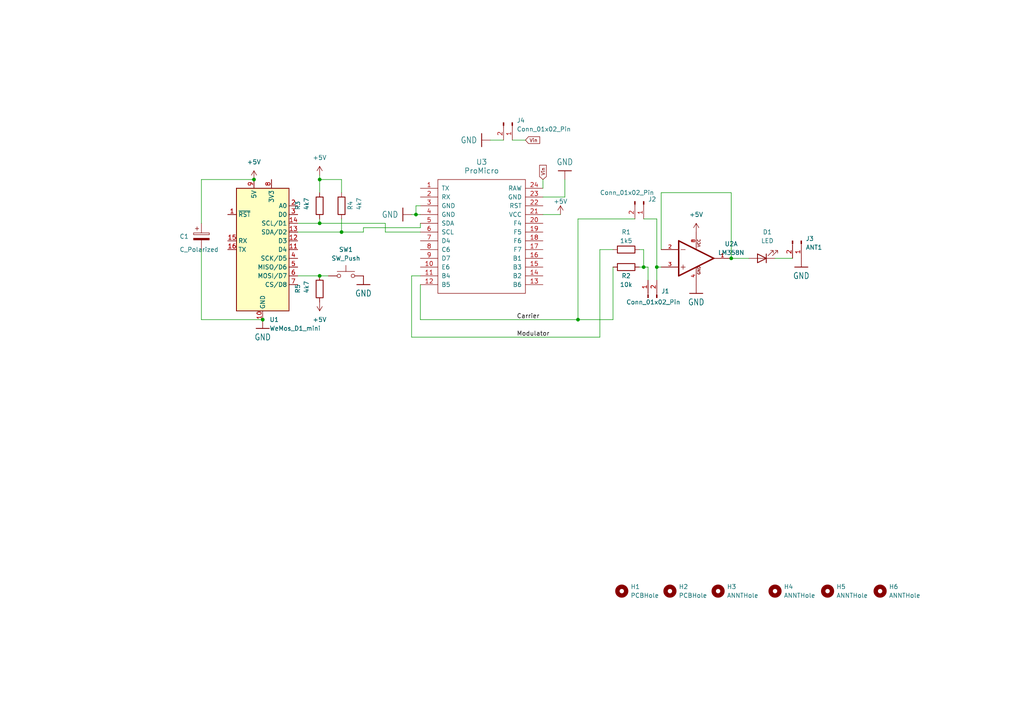
<source format=kicad_sch>
(kicad_sch (version 20230121) (generator eeschema)

  (uuid 6687d9ea-82ce-4803-9ae4-6b248ab0b1bd)

  (paper "A4")

  (lib_symbols
    (symbol "Connector:Conn_01x02_Pin" (pin_names (offset 1.016) hide) (in_bom yes) (on_board yes)
      (property "Reference" "J" (at 0 2.54 0)
        (effects (font (size 1.27 1.27)))
      )
      (property "Value" "Conn_01x02_Pin" (at 0 -5.08 0)
        (effects (font (size 1.27 1.27)))
      )
      (property "Footprint" "" (at 0 0 0)
        (effects (font (size 1.27 1.27)) hide)
      )
      (property "Datasheet" "~" (at 0 0 0)
        (effects (font (size 1.27 1.27)) hide)
      )
      (property "ki_locked" "" (at 0 0 0)
        (effects (font (size 1.27 1.27)))
      )
      (property "ki_keywords" "connector" (at 0 0 0)
        (effects (font (size 1.27 1.27)) hide)
      )
      (property "ki_description" "Generic connector, single row, 01x02, script generated" (at 0 0 0)
        (effects (font (size 1.27 1.27)) hide)
      )
      (property "ki_fp_filters" "Connector*:*_1x??_*" (at 0 0 0)
        (effects (font (size 1.27 1.27)) hide)
      )
      (symbol "Conn_01x02_Pin_1_1"
        (polyline
          (pts
            (xy 1.27 -2.54)
            (xy 0.8636 -2.54)
          )
          (stroke (width 0.1524) (type default))
          (fill (type none))
        )
        (polyline
          (pts
            (xy 1.27 0)
            (xy 0.8636 0)
          )
          (stroke (width 0.1524) (type default))
          (fill (type none))
        )
        (rectangle (start 0.8636 -2.413) (end 0 -2.667)
          (stroke (width 0.1524) (type default))
          (fill (type outline))
        )
        (rectangle (start 0.8636 0.127) (end 0 -0.127)
          (stroke (width 0.1524) (type default))
          (fill (type outline))
        )
        (pin passive line (at 5.08 0 180) (length 3.81)
          (name "Pin_1" (effects (font (size 1.27 1.27))))
          (number "1" (effects (font (size 1.27 1.27))))
        )
        (pin passive line (at 5.08 -2.54 180) (length 3.81)
          (name "Pin_2" (effects (font (size 1.27 1.27))))
          (number "2" (effects (font (size 1.27 1.27))))
        )
      )
    )
    (symbol "Device:C_Polarized" (pin_numbers hide) (pin_names (offset 0.254)) (in_bom yes) (on_board yes)
      (property "Reference" "C" (at 0.635 2.54 0)
        (effects (font (size 1.27 1.27)) (justify left))
      )
      (property "Value" "C_Polarized" (at 0.635 -2.54 0)
        (effects (font (size 1.27 1.27)) (justify left))
      )
      (property "Footprint" "" (at 0.9652 -3.81 0)
        (effects (font (size 1.27 1.27)) hide)
      )
      (property "Datasheet" "~" (at 0 0 0)
        (effects (font (size 1.27 1.27)) hide)
      )
      (property "ki_keywords" "cap capacitor" (at 0 0 0)
        (effects (font (size 1.27 1.27)) hide)
      )
      (property "ki_description" "Polarized capacitor" (at 0 0 0)
        (effects (font (size 1.27 1.27)) hide)
      )
      (property "ki_fp_filters" "CP_*" (at 0 0 0)
        (effects (font (size 1.27 1.27)) hide)
      )
      (symbol "C_Polarized_0_1"
        (rectangle (start -2.286 0.508) (end 2.286 1.016)
          (stroke (width 0) (type default))
          (fill (type none))
        )
        (polyline
          (pts
            (xy -1.778 2.286)
            (xy -0.762 2.286)
          )
          (stroke (width 0) (type default))
          (fill (type none))
        )
        (polyline
          (pts
            (xy -1.27 2.794)
            (xy -1.27 1.778)
          )
          (stroke (width 0) (type default))
          (fill (type none))
        )
        (rectangle (start 2.286 -0.508) (end -2.286 -1.016)
          (stroke (width 0) (type default))
          (fill (type outline))
        )
      )
      (symbol "C_Polarized_1_1"
        (pin passive line (at 0 3.81 270) (length 2.794)
          (name "~" (effects (font (size 1.27 1.27))))
          (number "1" (effects (font (size 1.27 1.27))))
        )
        (pin passive line (at 0 -3.81 90) (length 2.794)
          (name "~" (effects (font (size 1.27 1.27))))
          (number "2" (effects (font (size 1.27 1.27))))
        )
      )
    )
    (symbol "Device:LED" (pin_numbers hide) (pin_names (offset 1.016) hide) (in_bom yes) (on_board yes)
      (property "Reference" "D" (at 0 2.54 0)
        (effects (font (size 1.27 1.27)))
      )
      (property "Value" "LED" (at 0 -2.54 0)
        (effects (font (size 1.27 1.27)))
      )
      (property "Footprint" "" (at 0 0 0)
        (effects (font (size 1.27 1.27)) hide)
      )
      (property "Datasheet" "~" (at 0 0 0)
        (effects (font (size 1.27 1.27)) hide)
      )
      (property "ki_keywords" "LED diode" (at 0 0 0)
        (effects (font (size 1.27 1.27)) hide)
      )
      (property "ki_description" "Light emitting diode" (at 0 0 0)
        (effects (font (size 1.27 1.27)) hide)
      )
      (property "ki_fp_filters" "LED* LED_SMD:* LED_THT:*" (at 0 0 0)
        (effects (font (size 1.27 1.27)) hide)
      )
      (symbol "LED_0_1"
        (polyline
          (pts
            (xy -1.27 -1.27)
            (xy -1.27 1.27)
          )
          (stroke (width 0.254) (type default))
          (fill (type none))
        )
        (polyline
          (pts
            (xy -1.27 0)
            (xy 1.27 0)
          )
          (stroke (width 0) (type default))
          (fill (type none))
        )
        (polyline
          (pts
            (xy 1.27 -1.27)
            (xy 1.27 1.27)
            (xy -1.27 0)
            (xy 1.27 -1.27)
          )
          (stroke (width 0.254) (type default))
          (fill (type none))
        )
        (polyline
          (pts
            (xy -3.048 -0.762)
            (xy -4.572 -2.286)
            (xy -3.81 -2.286)
            (xy -4.572 -2.286)
            (xy -4.572 -1.524)
          )
          (stroke (width 0) (type default))
          (fill (type none))
        )
        (polyline
          (pts
            (xy -1.778 -0.762)
            (xy -3.302 -2.286)
            (xy -2.54 -2.286)
            (xy -3.302 -2.286)
            (xy -3.302 -1.524)
          )
          (stroke (width 0) (type default))
          (fill (type none))
        )
      )
      (symbol "LED_1_1"
        (pin passive line (at -3.81 0 0) (length 2.54)
          (name "K" (effects (font (size 1.27 1.27))))
          (number "1" (effects (font (size 1.27 1.27))))
        )
        (pin passive line (at 3.81 0 180) (length 2.54)
          (name "A" (effects (font (size 1.27 1.27))))
          (number "2" (effects (font (size 1.27 1.27))))
        )
      )
    )
    (symbol "Device:R" (pin_numbers hide) (pin_names (offset 0)) (in_bom yes) (on_board yes)
      (property "Reference" "R" (at 2.032 0 90)
        (effects (font (size 1.27 1.27)))
      )
      (property "Value" "R" (at 0 0 90)
        (effects (font (size 1.27 1.27)))
      )
      (property "Footprint" "" (at -1.778 0 90)
        (effects (font (size 1.27 1.27)) hide)
      )
      (property "Datasheet" "~" (at 0 0 0)
        (effects (font (size 1.27 1.27)) hide)
      )
      (property "ki_keywords" "R res resistor" (at 0 0 0)
        (effects (font (size 1.27 1.27)) hide)
      )
      (property "ki_description" "Resistor" (at 0 0 0)
        (effects (font (size 1.27 1.27)) hide)
      )
      (property "ki_fp_filters" "R_*" (at 0 0 0)
        (effects (font (size 1.27 1.27)) hide)
      )
      (symbol "R_0_1"
        (rectangle (start -1.016 -2.54) (end 1.016 2.54)
          (stroke (width 0.254) (type default))
          (fill (type none))
        )
      )
      (symbol "R_1_1"
        (pin passive line (at 0 3.81 270) (length 1.27)
          (name "~" (effects (font (size 1.27 1.27))))
          (number "1" (effects (font (size 1.27 1.27))))
        )
        (pin passive line (at 0 -3.81 90) (length 1.27)
          (name "~" (effects (font (size 1.27 1.27))))
          (number "2" (effects (font (size 1.27 1.27))))
        )
      )
    )
    (symbol "LM358N:LM358N" (pin_names (offset 1.016)) (in_bom yes) (on_board yes)
      (property "Reference" "U" (at 2.54 3.175 0)
        (effects (font (size 1.27 1.27)) (justify left bottom))
      )
      (property "Value" "LM358N" (at 2.54 -5.08 0)
        (effects (font (size 1.27 1.27)) (justify left bottom))
      )
      (property "Footprint" "DIP762W46P254L960H508Q8" (at 0 0 0)
        (effects (font (size 1.27 1.27)) (justify bottom) hide)
      )
      (property "Datasheet" "" (at 0 0 0)
        (effects (font (size 1.27 1.27)) hide)
      )
      (property "PARTREV" "1.0.3" (at 0 0 0)
        (effects (font (size 1.27 1.27)) (justify bottom) hide)
      )
      (property "STANDARD" "IPC 7351B" (at 0 0 0)
        (effects (font (size 1.27 1.27)) (justify bottom) hide)
      )
      (property "MAXIMUM_PACKAGE_HEIGHT" "5.08 mm" (at 0 0 0)
        (effects (font (size 1.27 1.27)) (justify bottom) hide)
      )
      (property "MANUFACTURER" "On Semiconductor" (at 0 0 0)
        (effects (font (size 1.27 1.27)) (justify bottom) hide)
      )
      (symbol "LM358N_1_0"
        (polyline
          (pts
            (xy -5.08 -5.08)
            (xy 5.08 0)
          )
          (stroke (width 0.4064) (type default))
          (fill (type none))
        )
        (polyline
          (pts
            (xy -5.08 5.08)
            (xy -5.08 -5.08)
          )
          (stroke (width 0.4064) (type default))
          (fill (type none))
        )
        (polyline
          (pts
            (xy -4.445 -2.54)
            (xy -3.175 -2.54)
          )
          (stroke (width 0.1524) (type default))
          (fill (type none))
        )
        (polyline
          (pts
            (xy -4.445 2.54)
            (xy -3.175 2.54)
          )
          (stroke (width 0.1524) (type default))
          (fill (type none))
        )
        (polyline
          (pts
            (xy -3.81 -1.905)
            (xy -3.81 -3.175)
          )
          (stroke (width 0.1524) (type default))
          (fill (type none))
        )
        (polyline
          (pts
            (xy 5.08 0)
            (xy -5.08 5.08)
          )
          (stroke (width 0.4064) (type default))
          (fill (type none))
        )
        (text "GND" (at 1.27 -4.826 900)
          (effects (font (size 0.8128 0.8128)) (justify left bottom))
        )
        (text "VCC" (at 1.27 3.175 900)
          (effects (font (size 0.8128 0.8128)) (justify left bottom))
        )
        (pin output line (at 10.16 0 180) (length 5.08)
          (name "~" (effects (font (size 1.016 1.016))))
          (number "1" (effects (font (size 1.016 1.016))))
        )
        (pin input line (at -10.16 2.54 0) (length 5.08)
          (name "~" (effects (font (size 1.016 1.016))))
          (number "2" (effects (font (size 1.016 1.016))))
        )
        (pin input line (at -10.16 -2.54 0) (length 5.08)
          (name "~" (effects (font (size 1.016 1.016))))
          (number "3" (effects (font (size 1.016 1.016))))
        )
        (pin power_in line (at 0 -7.62 90) (length 5.08)
          (name "~" (effects (font (size 1.016 1.016))))
          (number "4" (effects (font (size 1.016 1.016))))
        )
        (pin power_in line (at 0 7.62 270) (length 5.08)
          (name "~" (effects (font (size 1.016 1.016))))
          (number "8" (effects (font (size 1.016 1.016))))
        )
      )
      (symbol "LM358N_2_0"
        (polyline
          (pts
            (xy -5.08 -5.08)
            (xy 5.08 0)
          )
          (stroke (width 0.4064) (type default))
          (fill (type none))
        )
        (polyline
          (pts
            (xy -5.08 5.08)
            (xy -5.08 -5.08)
          )
          (stroke (width 0.4064) (type default))
          (fill (type none))
        )
        (polyline
          (pts
            (xy -4.445 -2.54)
            (xy -3.175 -2.54)
          )
          (stroke (width 0.1524) (type default))
          (fill (type none))
        )
        (polyline
          (pts
            (xy -4.445 2.54)
            (xy -3.175 2.54)
          )
          (stroke (width 0.1524) (type default))
          (fill (type none))
        )
        (polyline
          (pts
            (xy -3.81 -1.905)
            (xy -3.81 -3.175)
          )
          (stroke (width 0.1524) (type default))
          (fill (type none))
        )
        (polyline
          (pts
            (xy 5.08 0)
            (xy -5.08 5.08)
          )
          (stroke (width 0.4064) (type default))
          (fill (type none))
        )
        (pin input line (at -10.16 -2.54 0) (length 5.08)
          (name "~" (effects (font (size 1.016 1.016))))
          (number "5" (effects (font (size 1.016 1.016))))
        )
        (pin input line (at -10.16 2.54 0) (length 5.08)
          (name "~" (effects (font (size 1.016 1.016))))
          (number "6" (effects (font (size 1.016 1.016))))
        )
        (pin output line (at 10.16 0 180) (length 5.08)
          (name "~" (effects (font (size 1.016 1.016))))
          (number "7" (effects (font (size 1.016 1.016))))
        )
      )
    )
    (symbol "MCU_Module:WeMos_D1_mini" (in_bom yes) (on_board yes)
      (property "Reference" "U" (at 3.81 19.05 0)
        (effects (font (size 1.27 1.27)) (justify left))
      )
      (property "Value" "WeMos_D1_mini" (at 1.27 -19.05 0)
        (effects (font (size 1.27 1.27)) (justify left))
      )
      (property "Footprint" "Module:WEMOS_D1_mini_light" (at 0 -29.21 0)
        (effects (font (size 1.27 1.27)) hide)
      )
      (property "Datasheet" "https://wiki.wemos.cc/products:d1:d1_mini#documentation" (at -46.99 -29.21 0)
        (effects (font (size 1.27 1.27)) hide)
      )
      (property "ki_keywords" "ESP8266 WiFi microcontroller ESP8266EX" (at 0 0 0)
        (effects (font (size 1.27 1.27)) hide)
      )
      (property "ki_description" "32-bit microcontroller module with WiFi" (at 0 0 0)
        (effects (font (size 1.27 1.27)) hide)
      )
      (property "ki_fp_filters" "WEMOS*D1*mini*" (at 0 0 0)
        (effects (font (size 1.27 1.27)) hide)
      )
      (symbol "WeMos_D1_mini_1_1"
        (rectangle (start -7.62 17.78) (end 7.62 -17.78)
          (stroke (width 0.254) (type default))
          (fill (type background))
        )
        (pin input line (at -10.16 10.16 0) (length 2.54)
          (name "~{RST}" (effects (font (size 1.27 1.27))))
          (number "1" (effects (font (size 1.27 1.27))))
        )
        (pin power_in line (at 0 -20.32 90) (length 2.54)
          (name "GND" (effects (font (size 1.27 1.27))))
          (number "10" (effects (font (size 1.27 1.27))))
        )
        (pin bidirectional line (at 10.16 0 180) (length 2.54)
          (name "D4" (effects (font (size 1.27 1.27))))
          (number "11" (effects (font (size 1.27 1.27))))
        )
        (pin bidirectional line (at 10.16 2.54 180) (length 2.54)
          (name "D3" (effects (font (size 1.27 1.27))))
          (number "12" (effects (font (size 1.27 1.27))))
        )
        (pin bidirectional line (at 10.16 5.08 180) (length 2.54)
          (name "SDA/D2" (effects (font (size 1.27 1.27))))
          (number "13" (effects (font (size 1.27 1.27))))
        )
        (pin bidirectional line (at 10.16 7.62 180) (length 2.54)
          (name "SCL/D1" (effects (font (size 1.27 1.27))))
          (number "14" (effects (font (size 1.27 1.27))))
        )
        (pin input line (at -10.16 2.54 0) (length 2.54)
          (name "RX" (effects (font (size 1.27 1.27))))
          (number "15" (effects (font (size 1.27 1.27))))
        )
        (pin output line (at -10.16 0 0) (length 2.54)
          (name "TX" (effects (font (size 1.27 1.27))))
          (number "16" (effects (font (size 1.27 1.27))))
        )
        (pin input line (at 10.16 12.7 180) (length 2.54)
          (name "A0" (effects (font (size 1.27 1.27))))
          (number "2" (effects (font (size 1.27 1.27))))
        )
        (pin bidirectional line (at 10.16 10.16 180) (length 2.54)
          (name "D0" (effects (font (size 1.27 1.27))))
          (number "3" (effects (font (size 1.27 1.27))))
        )
        (pin bidirectional line (at 10.16 -2.54 180) (length 2.54)
          (name "SCK/D5" (effects (font (size 1.27 1.27))))
          (number "4" (effects (font (size 1.27 1.27))))
        )
        (pin bidirectional line (at 10.16 -5.08 180) (length 2.54)
          (name "MISO/D6" (effects (font (size 1.27 1.27))))
          (number "5" (effects (font (size 1.27 1.27))))
        )
        (pin bidirectional line (at 10.16 -7.62 180) (length 2.54)
          (name "MOSI/D7" (effects (font (size 1.27 1.27))))
          (number "6" (effects (font (size 1.27 1.27))))
        )
        (pin bidirectional line (at 10.16 -10.16 180) (length 2.54)
          (name "CS/D8" (effects (font (size 1.27 1.27))))
          (number "7" (effects (font (size 1.27 1.27))))
        )
        (pin power_out line (at 2.54 20.32 270) (length 2.54)
          (name "3V3" (effects (font (size 1.27 1.27))))
          (number "8" (effects (font (size 1.27 1.27))))
        )
        (pin power_in line (at -2.54 20.32 270) (length 2.54)
          (name "5V" (effects (font (size 1.27 1.27))))
          (number "9" (effects (font (size 1.27 1.27))))
        )
      )
    )
    (symbol "Mechanical:MountingHole" (pin_names (offset 1.016)) (in_bom yes) (on_board yes)
      (property "Reference" "H" (at 0 5.08 0)
        (effects (font (size 1.27 1.27)))
      )
      (property "Value" "MountingHole" (at 0 3.175 0)
        (effects (font (size 1.27 1.27)))
      )
      (property "Footprint" "" (at 0 0 0)
        (effects (font (size 1.27 1.27)) hide)
      )
      (property "Datasheet" "~" (at 0 0 0)
        (effects (font (size 1.27 1.27)) hide)
      )
      (property "ki_keywords" "mounting hole" (at 0 0 0)
        (effects (font (size 1.27 1.27)) hide)
      )
      (property "ki_description" "Mounting Hole without connection" (at 0 0 0)
        (effects (font (size 1.27 1.27)) hide)
      )
      (property "ki_fp_filters" "MountingHole*" (at 0 0 0)
        (effects (font (size 1.27 1.27)) hide)
      )
      (symbol "MountingHole_0_1"
        (circle (center 0 0) (radius 1.27)
          (stroke (width 1.27) (type default))
          (fill (type none))
        )
      )
    )
    (symbol "ProMicro:ProMicro" (pin_names (offset 1.016)) (in_bom yes) (on_board yes)
      (property "Reference" "U" (at 0 24.13 0)
        (effects (font (size 1.524 1.524)))
      )
      (property "Value" "ProMicro" (at 0 -13.97 0)
        (effects (font (size 1.524 1.524)))
      )
      (property "Footprint" "" (at 2.54 -26.67 0)
        (effects (font (size 1.524 1.524)))
      )
      (property "Datasheet" "" (at 2.54 -26.67 0)
        (effects (font (size 1.524 1.524)))
      )
      (symbol "ProMicro_0_1"
        (rectangle (start -12.7 21.59) (end 12.7 -11.43)
          (stroke (width 0) (type solid))
          (fill (type none))
        )
      )
      (symbol "ProMicro_1_1"
        (pin bidirectional line (at -17.78 19.05 0) (length 5.08)
          (name "TX" (effects (font (size 1.27 1.27))))
          (number "1" (effects (font (size 1.27 1.27))))
        )
        (pin bidirectional line (at -17.78 -3.81 0) (length 5.08)
          (name "E6" (effects (font (size 1.27 1.27))))
          (number "10" (effects (font (size 1.27 1.27))))
        )
        (pin bidirectional line (at -17.78 -6.35 0) (length 5.08)
          (name "B4" (effects (font (size 1.27 1.27))))
          (number "11" (effects (font (size 1.27 1.27))))
        )
        (pin bidirectional line (at -17.78 -8.89 0) (length 5.08)
          (name "B5" (effects (font (size 1.27 1.27))))
          (number "12" (effects (font (size 1.27 1.27))))
        )
        (pin bidirectional line (at 17.78 -8.89 180) (length 5.08)
          (name "B6" (effects (font (size 1.27 1.27))))
          (number "13" (effects (font (size 1.27 1.27))))
        )
        (pin bidirectional line (at 17.78 -6.35 180) (length 5.08)
          (name "B2" (effects (font (size 1.27 1.27))))
          (number "14" (effects (font (size 1.27 1.27))))
        )
        (pin bidirectional line (at 17.78 -3.81 180) (length 5.08)
          (name "B3" (effects (font (size 1.27 1.27))))
          (number "15" (effects (font (size 1.27 1.27))))
        )
        (pin bidirectional line (at 17.78 -1.27 180) (length 5.08)
          (name "B1" (effects (font (size 1.27 1.27))))
          (number "16" (effects (font (size 1.27 1.27))))
        )
        (pin bidirectional line (at 17.78 1.27 180) (length 5.08)
          (name "F7" (effects (font (size 1.27 1.27))))
          (number "17" (effects (font (size 1.27 1.27))))
        )
        (pin bidirectional line (at 17.78 3.81 180) (length 5.08)
          (name "F6" (effects (font (size 1.27 1.27))))
          (number "18" (effects (font (size 1.27 1.27))))
        )
        (pin bidirectional line (at 17.78 6.35 180) (length 5.08)
          (name "F5" (effects (font (size 1.27 1.27))))
          (number "19" (effects (font (size 1.27 1.27))))
        )
        (pin bidirectional line (at -17.78 16.51 0) (length 5.08)
          (name "RX" (effects (font (size 1.27 1.27))))
          (number "2" (effects (font (size 1.27 1.27))))
        )
        (pin bidirectional line (at 17.78 8.89 180) (length 5.08)
          (name "F4" (effects (font (size 1.27 1.27))))
          (number "20" (effects (font (size 1.27 1.27))))
        )
        (pin power_in line (at 17.78 11.43 180) (length 5.08)
          (name "VCC" (effects (font (size 1.27 1.27))))
          (number "21" (effects (font (size 1.27 1.27))))
        )
        (pin input line (at 17.78 13.97 180) (length 5.08)
          (name "RST" (effects (font (size 1.27 1.27))))
          (number "22" (effects (font (size 1.27 1.27))))
        )
        (pin power_in line (at 17.78 16.51 180) (length 5.08)
          (name "GND" (effects (font (size 1.27 1.27))))
          (number "23" (effects (font (size 1.27 1.27))))
        )
        (pin power_out line (at 17.78 19.05 180) (length 5.08)
          (name "RAW" (effects (font (size 1.27 1.27))))
          (number "24" (effects (font (size 1.27 1.27))))
        )
        (pin power_in line (at -17.78 13.97 0) (length 5.08)
          (name "GND" (effects (font (size 1.27 1.27))))
          (number "3" (effects (font (size 1.27 1.27))))
        )
        (pin power_in line (at -17.78 11.43 0) (length 5.08)
          (name "GND" (effects (font (size 1.27 1.27))))
          (number "4" (effects (font (size 1.27 1.27))))
        )
        (pin bidirectional line (at -17.78 8.89 0) (length 5.08)
          (name "SDA" (effects (font (size 1.27 1.27))))
          (number "5" (effects (font (size 1.27 1.27))))
        )
        (pin bidirectional line (at -17.78 6.35 0) (length 5.08)
          (name "SCL" (effects (font (size 1.27 1.27))))
          (number "6" (effects (font (size 1.27 1.27))))
        )
        (pin bidirectional line (at -17.78 3.81 0) (length 5.08)
          (name "D4" (effects (font (size 1.27 1.27))))
          (number "7" (effects (font (size 1.27 1.27))))
        )
        (pin bidirectional line (at -17.78 1.27 0) (length 5.08)
          (name "C6" (effects (font (size 1.27 1.27))))
          (number "8" (effects (font (size 1.27 1.27))))
        )
        (pin bidirectional line (at -17.78 -1.27 0) (length 5.08)
          (name "D7" (effects (font (size 1.27 1.27))))
          (number "9" (effects (font (size 1.27 1.27))))
        )
      )
    )
    (symbol "Switch:SW_Push" (pin_numbers hide) (pin_names (offset 1.016) hide) (in_bom yes) (on_board yes)
      (property "Reference" "SW" (at 1.27 2.54 0)
        (effects (font (size 1.27 1.27)) (justify left))
      )
      (property "Value" "SW_Push" (at 0 -1.524 0)
        (effects (font (size 1.27 1.27)))
      )
      (property "Footprint" "" (at 0 5.08 0)
        (effects (font (size 1.27 1.27)) hide)
      )
      (property "Datasheet" "~" (at 0 5.08 0)
        (effects (font (size 1.27 1.27)) hide)
      )
      (property "ki_keywords" "switch normally-open pushbutton push-button" (at 0 0 0)
        (effects (font (size 1.27 1.27)) hide)
      )
      (property "ki_description" "Push button switch, generic, two pins" (at 0 0 0)
        (effects (font (size 1.27 1.27)) hide)
      )
      (symbol "SW_Push_0_1"
        (circle (center -2.032 0) (radius 0.508)
          (stroke (width 0) (type default))
          (fill (type none))
        )
        (polyline
          (pts
            (xy 0 1.27)
            (xy 0 3.048)
          )
          (stroke (width 0) (type default))
          (fill (type none))
        )
        (polyline
          (pts
            (xy 2.54 1.27)
            (xy -2.54 1.27)
          )
          (stroke (width 0) (type default))
          (fill (type none))
        )
        (circle (center 2.032 0) (radius 0.508)
          (stroke (width 0) (type default))
          (fill (type none))
        )
        (pin passive line (at -5.08 0 0) (length 2.54)
          (name "1" (effects (font (size 1.27 1.27))))
          (number "1" (effects (font (size 1.27 1.27))))
        )
        (pin passive line (at 5.08 0 180) (length 2.54)
          (name "2" (effects (font (size 1.27 1.27))))
          (number "2" (effects (font (size 1.27 1.27))))
        )
      )
    )
    (symbol "pcb-eagle-import:GND" (power) (in_bom yes) (on_board yes)
      (property "Reference" "#GND" (at 0 0 0)
        (effects (font (size 1.27 1.27)) hide)
      )
      (property "Value" "GND" (at -2.54 -2.54 0)
        (effects (font (size 1.778 1.5113)) (justify left bottom))
      )
      (property "Footprint" "" (at 0 0 0)
        (effects (font (size 1.27 1.27)) hide)
      )
      (property "Datasheet" "" (at 0 0 0)
        (effects (font (size 1.27 1.27)) hide)
      )
      (property "ki_locked" "" (at 0 0 0)
        (effects (font (size 1.27 1.27)))
      )
      (symbol "GND_1_0"
        (polyline
          (pts
            (xy -1.905 0)
            (xy 1.905 0)
          )
          (stroke (width 0.254) (type solid))
          (fill (type none))
        )
        (pin power_in line (at 0 2.54 270) (length 2.54)
          (name "GND" (effects (font (size 0 0))))
          (number "1" (effects (font (size 0 0))))
        )
      )
    )
    (symbol "power:+5V" (power) (pin_names (offset 0)) (in_bom yes) (on_board yes)
      (property "Reference" "#PWR" (at 0 -3.81 0)
        (effects (font (size 1.27 1.27)) hide)
      )
      (property "Value" "+5V" (at 0 3.556 0)
        (effects (font (size 1.27 1.27)))
      )
      (property "Footprint" "" (at 0 0 0)
        (effects (font (size 1.27 1.27)) hide)
      )
      (property "Datasheet" "" (at 0 0 0)
        (effects (font (size 1.27 1.27)) hide)
      )
      (property "ki_keywords" "global power" (at 0 0 0)
        (effects (font (size 1.27 1.27)) hide)
      )
      (property "ki_description" "Power symbol creates a global label with name \"+5V\"" (at 0 0 0)
        (effects (font (size 1.27 1.27)) hide)
      )
      (symbol "+5V_0_1"
        (polyline
          (pts
            (xy -0.762 1.27)
            (xy 0 2.54)
          )
          (stroke (width 0) (type default))
          (fill (type none))
        )
        (polyline
          (pts
            (xy 0 0)
            (xy 0 2.54)
          )
          (stroke (width 0) (type default))
          (fill (type none))
        )
        (polyline
          (pts
            (xy 0 2.54)
            (xy 0.762 1.27)
          )
          (stroke (width 0) (type default))
          (fill (type none))
        )
      )
      (symbol "+5V_1_1"
        (pin power_in line (at 0 0 90) (length 0) hide
          (name "+5V" (effects (font (size 1.27 1.27))))
          (number "1" (effects (font (size 1.27 1.27))))
        )
      )
    )
  )

  (junction (at 120.65 62.23) (diameter 0) (color 0 0 0 0)
    (uuid 4963b316-521b-4c99-a3ef-c828241cadd6)
  )
  (junction (at 99.06 67.31) (diameter 0) (color 0 0 0 0)
    (uuid 6c1a75f2-4d2e-4e5d-981d-2d4c9d8251f4)
  )
  (junction (at 92.71 64.77) (diameter 0) (color 0 0 0 0)
    (uuid 6c9f423c-7a76-4dfc-9f79-95dffb8132c2)
  )
  (junction (at 92.71 52.07) (diameter 0) (color 0 0 0 0)
    (uuid 7a4d08fe-6673-4ff8-a6e0-2a48380a3e0e)
  )
  (junction (at 92.71 80.01) (diameter 0) (color 0 0 0 0)
    (uuid 7cd44494-c545-4515-80dc-a31c1899add9)
  )
  (junction (at 190.5 77.47) (diameter 0) (color 0 0 0 0)
    (uuid 865ecb32-9a4b-4cf1-8a6d-7deae52beca3)
  )
  (junction (at 73.66 52.07) (diameter 0) (color 0 0 0 0)
    (uuid 8e109645-3529-49e9-a2ef-196a51762164)
  )
  (junction (at 167.64 92.71) (diameter 0) (color 0 0 0 0)
    (uuid af4fcbe4-0843-4678-a456-22b9f9908e4c)
  )
  (junction (at 186.69 77.47) (diameter 0) (color 0 0 0 0)
    (uuid c910a1f1-21eb-4a09-964a-3a3f5b77b21e)
  )
  (junction (at 212.09 74.93) (diameter 0) (color 0 0 0 0)
    (uuid da1c3e47-cb99-435e-a3de-13a3fc4b68a1)
  )
  (junction (at 76.2 92.71) (diameter 0) (color 0 0 0 0)
    (uuid edbeb927-50f8-463c-b138-128a04818af4)
  )

  (wire (pts (xy 99.06 55.88) (xy 99.06 52.07))
    (stroke (width 0) (type default))
    (uuid 0defc629-71d1-426b-9f21-2b376949df10)
  )
  (wire (pts (xy 120.65 59.69) (xy 120.65 62.23))
    (stroke (width 0) (type default))
    (uuid 19c74d72-7b02-41e7-8eb1-5bb6bfa8e79e)
  )
  (wire (pts (xy 92.71 63.5) (xy 92.71 64.77))
    (stroke (width 0) (type default))
    (uuid 1b850ac8-61ae-4db6-a145-a82a67f008d6)
  )
  (wire (pts (xy 190.5 63.5) (xy 190.5 77.47))
    (stroke (width 0) (type default))
    (uuid 1be9df95-378b-4718-bc56-b1445ef03cd2)
  )
  (wire (pts (xy 167.64 92.71) (xy 121.92 92.71))
    (stroke (width 0) (type default))
    (uuid 25ca0c5f-e462-43a3-aa1a-2f2da7515001)
  )
  (wire (pts (xy 121.92 82.55) (xy 121.92 92.71))
    (stroke (width 0) (type default))
    (uuid 2606a235-65c9-49f0-aaab-608793ccd806)
  )
  (wire (pts (xy 99.06 67.31) (xy 99.06 63.5))
    (stroke (width 0) (type default))
    (uuid 2c2600d8-e77d-4632-9134-a5a3c4f268ef)
  )
  (wire (pts (xy 121.92 59.69) (xy 120.65 59.69))
    (stroke (width 0) (type default))
    (uuid 3cd88c72-59b3-44d2-be2f-2f8d479e58d0)
  )
  (wire (pts (xy 185.42 77.47) (xy 186.69 77.47))
    (stroke (width 0) (type default))
    (uuid 4443253a-ef85-455d-88ab-3acae48a139f)
  )
  (wire (pts (xy 148.59 40.64) (xy 152.4 40.64))
    (stroke (width 0) (type default))
    (uuid 5040f97c-80d5-470d-be12-1bd139be3410)
  )
  (wire (pts (xy 190.5 77.47) (xy 191.77 77.47))
    (stroke (width 0) (type default))
    (uuid 636e244c-307a-48c0-9f37-e880e499dfd6)
  )
  (wire (pts (xy 191.77 55.88) (xy 212.09 55.88))
    (stroke (width 0) (type default))
    (uuid 6ae162c9-29e7-4c96-a943-5676a9111f3e)
  )
  (wire (pts (xy 99.06 67.31) (xy 105.41 67.31))
    (stroke (width 0) (type default))
    (uuid 6c410427-853a-4a56-a312-a39867f5e0bf)
  )
  (wire (pts (xy 157.48 52.07) (xy 157.48 54.61))
    (stroke (width 0) (type default))
    (uuid 6d8f92b1-0821-4893-869c-b24509747ad9)
  )
  (wire (pts (xy 173.99 72.39) (xy 177.8 72.39))
    (stroke (width 0) (type default))
    (uuid 6fd722c1-341a-4e38-be6d-2cdb08675a47)
  )
  (wire (pts (xy 177.8 77.47) (xy 177.8 92.71))
    (stroke (width 0) (type default))
    (uuid 78690c9f-651c-4cbe-9f76-a5967d7e9930)
  )
  (wire (pts (xy 119.38 97.79) (xy 173.99 97.79))
    (stroke (width 0) (type default))
    (uuid 7983c868-0fa5-45d9-9685-203b059f1d38)
  )
  (wire (pts (xy 212.09 74.93) (xy 212.09 55.88))
    (stroke (width 0) (type default))
    (uuid 7ab26477-3dfa-41ad-950b-2c368244962f)
  )
  (wire (pts (xy 111.76 64.77) (xy 111.76 67.31))
    (stroke (width 0) (type default))
    (uuid 7c53ea84-b6bc-4295-b762-a5185594287f)
  )
  (wire (pts (xy 92.71 80.01) (xy 95.25 80.01))
    (stroke (width 0) (type default))
    (uuid 7ef00b13-77af-4f0a-bef0-2877ead8ab9e)
  )
  (wire (pts (xy 119.38 80.01) (xy 119.38 97.79))
    (stroke (width 0) (type default))
    (uuid 8083f9fe-7b20-47ca-ab31-a6ce9df6e92c)
  )
  (wire (pts (xy 184.15 63.5) (xy 167.64 63.5))
    (stroke (width 0) (type default))
    (uuid 831acc79-ce7f-4592-9b04-4d5c11464b7d)
  )
  (wire (pts (xy 217.17 74.93) (xy 212.09 74.93))
    (stroke (width 0) (type default))
    (uuid 8a3ae835-ce30-4882-907d-68bdd358e8fb)
  )
  (wire (pts (xy 186.69 77.47) (xy 187.96 77.47))
    (stroke (width 0) (type default))
    (uuid 8d10f869-5b73-4a58-a404-a24a9e465e7f)
  )
  (wire (pts (xy 105.41 66.04) (xy 121.92 66.04))
    (stroke (width 0) (type default))
    (uuid 8fb260fb-9bb5-41cb-ad4f-e0edff200475)
  )
  (wire (pts (xy 111.76 67.31) (xy 121.92 67.31))
    (stroke (width 0) (type default))
    (uuid 913a6d37-33a6-4f58-8998-f425190b80b2)
  )
  (wire (pts (xy 190.5 81.28) (xy 190.5 77.47))
    (stroke (width 0) (type default))
    (uuid 9249ff45-f48a-4080-bf08-fe0d6294ccfb)
  )
  (wire (pts (xy 121.92 66.04) (xy 121.92 64.77))
    (stroke (width 0) (type default))
    (uuid 95002ec5-eebc-463d-aef2-8c58aa6e1c11)
  )
  (wire (pts (xy 86.36 80.01) (xy 92.71 80.01))
    (stroke (width 0) (type default))
    (uuid 966b2b58-2bef-4ea0-8c90-09020de13e5b)
  )
  (wire (pts (xy 157.48 57.15) (xy 163.83 57.15))
    (stroke (width 0) (type default))
    (uuid 98c74576-fcc4-4942-9c0b-c4bcf8485bce)
  )
  (wire (pts (xy 173.99 97.79) (xy 173.99 72.39))
    (stroke (width 0) (type default))
    (uuid 99ddcf50-be23-444a-8b74-f345d24154ef)
  )
  (wire (pts (xy 167.64 63.5) (xy 167.64 92.71))
    (stroke (width 0) (type default))
    (uuid 9c95328a-cc23-4379-a756-e245c8671cc8)
  )
  (wire (pts (xy 92.71 64.77) (xy 111.76 64.77))
    (stroke (width 0) (type default))
    (uuid 9e0d5e52-ca26-44be-b92e-490fd3690b86)
  )
  (wire (pts (xy 163.83 57.15) (xy 163.83 52.07))
    (stroke (width 0) (type default))
    (uuid 9e92b08a-82f4-4d21-b02a-93607ca75433)
  )
  (wire (pts (xy 92.71 50.8) (xy 92.71 52.07))
    (stroke (width 0) (type default))
    (uuid a1cf205a-4c40-4bb9-a070-07903bb86113)
  )
  (wire (pts (xy 186.69 72.39) (xy 186.69 77.47))
    (stroke (width 0) (type default))
    (uuid a1cf6a67-40d8-41fa-9c78-1e56e3e1f7eb)
  )
  (wire (pts (xy 86.36 67.31) (xy 99.06 67.31))
    (stroke (width 0) (type default))
    (uuid a5ac5398-8d64-4182-ade4-76c3de79010b)
  )
  (wire (pts (xy 187.96 77.47) (xy 187.96 81.28))
    (stroke (width 0) (type default))
    (uuid ac84dc39-6959-426f-b2e9-b121fbf5fe97)
  )
  (wire (pts (xy 58.42 72.39) (xy 58.42 92.71))
    (stroke (width 0) (type default))
    (uuid af57e14d-8d9f-43ba-938c-3f2d9f445eba)
  )
  (wire (pts (xy 185.42 72.39) (xy 186.69 72.39))
    (stroke (width 0) (type default))
    (uuid b29caf65-c94d-4f38-ab1f-5182687fb1ae)
  )
  (wire (pts (xy 119.38 62.23) (xy 120.65 62.23))
    (stroke (width 0) (type default))
    (uuid b6b9a5aa-e93f-4a87-92a9-ac8474fdcaba)
  )
  (wire (pts (xy 105.41 67.31) (xy 105.41 66.04))
    (stroke (width 0) (type default))
    (uuid b6c47799-c147-4606-aa1e-53b4c76bf9d0)
  )
  (wire (pts (xy 142.24 40.64) (xy 146.05 40.64))
    (stroke (width 0) (type default))
    (uuid ba726747-80c2-41be-9059-9bbfb5cec7e1)
  )
  (wire (pts (xy 191.77 72.39) (xy 191.77 55.88))
    (stroke (width 0) (type default))
    (uuid c27461cc-e621-42ce-bdd3-89af90bf2a71)
  )
  (wire (pts (xy 58.42 92.71) (xy 76.2 92.71))
    (stroke (width 0) (type default))
    (uuid c5976cbf-3cf2-4e64-9cd6-047fece41ef1)
  )
  (wire (pts (xy 186.69 63.5) (xy 190.5 63.5))
    (stroke (width 0) (type default))
    (uuid cf659cc5-7764-47f1-9437-f777cb3d60e2)
  )
  (wire (pts (xy 121.92 80.01) (xy 119.38 80.01))
    (stroke (width 0) (type default))
    (uuid d9d9db02-acca-4ea7-b207-e1ef5d061e30)
  )
  (wire (pts (xy 58.42 64.77) (xy 58.42 52.07))
    (stroke (width 0) (type default))
    (uuid dce6688e-d33f-4f29-976e-e294e3e4ba3f)
  )
  (wire (pts (xy 58.42 52.07) (xy 73.66 52.07))
    (stroke (width 0) (type default))
    (uuid eb6b0c26-cf02-48b9-8cf8-88d516b29bb9)
  )
  (wire (pts (xy 120.65 62.23) (xy 121.92 62.23))
    (stroke (width 0) (type default))
    (uuid ee715b14-478f-4b1c-a1ce-d332aa69700c)
  )
  (wire (pts (xy 92.71 52.07) (xy 92.71 55.88))
    (stroke (width 0) (type default))
    (uuid f1b4e47c-93cc-4f7f-9d92-622be9137954)
  )
  (wire (pts (xy 92.71 52.07) (xy 99.06 52.07))
    (stroke (width 0) (type default))
    (uuid f56da88f-035d-4207-9eb0-1c69df83eb10)
  )
  (wire (pts (xy 86.36 64.77) (xy 92.71 64.77))
    (stroke (width 0) (type default))
    (uuid f7dd283a-6bb0-488f-83d3-1812c5a61e0f)
  )
  (wire (pts (xy 177.8 92.71) (xy 167.64 92.71))
    (stroke (width 0) (type default))
    (uuid fadb10f1-75ef-4c31-ab16-131d39ceb49d)
  )
  (wire (pts (xy 157.48 62.23) (xy 162.56 62.23))
    (stroke (width 0) (type default))
    (uuid fd054691-d71d-4733-b4ae-784557209c11)
  )
  (wire (pts (xy 224.79 74.93) (xy 229.87 74.93))
    (stroke (width 0) (type default))
    (uuid fef19662-7fbf-415c-a29a-24f6206e3f90)
  )

  (label "Carrier" (at 149.86 92.71 0) (fields_autoplaced)
    (effects (font (size 1.27 1.27)) (justify left bottom))
    (uuid 573b1cba-933e-4822-ba74-7d072a073e4e)
  )
  (label "Modulator" (at 149.86 97.79 0) (fields_autoplaced)
    (effects (font (size 1.27 1.27)) (justify left bottom))
    (uuid faf5a81c-0980-415b-a1f2-a4ac7efb17ce)
  )

  (global_label "Vin" (shape input) (at 152.4 40.64 0) (fields_autoplaced)
    (effects (font (size 1 1)) (justify left))
    (uuid 1cba21fb-2875-4cfb-8fe4-3621ca0041cf)
    (property "Intersheetrefs" "${INTERSHEET_REFS}" (at 156.926 40.64 0)
      (effects (font (size 1.27 1.27)) (justify left) hide)
    )
  )
  (global_label "Vin" (shape input) (at 157.48 52.07 90) (fields_autoplaced)
    (effects (font (size 1 1)) (justify left))
    (uuid 450c8b45-8289-485c-baba-0b15b93d3b93)
    (property "Intersheetrefs" "${INTERSHEET_REFS}" (at 157.48 47.544 90)
      (effects (font (size 1.27 1.27)) (justify left) hide)
    )
  )

  (symbol (lib_id "Mechanical:MountingHole") (at 194.31 171.45 0) (unit 1)
    (in_bom yes) (on_board yes) (dnp no) (fields_autoplaced)
    (uuid 0e8984ea-1ee9-4e8e-a75f-f2617fcca5cd)
    (property "Reference" "H2" (at 196.85 170.18 0)
      (effects (font (size 1.27 1.27)) (justify left))
    )
    (property "Value" "PCBHole" (at 196.85 172.72 0)
      (effects (font (size 1.27 1.27)) (justify left))
    )
    (property "Footprint" "MountingHole:MountingHole_2.2mm_M2" (at 194.31 171.45 0)
      (effects (font (size 1.27 1.27)) hide)
    )
    (property "Datasheet" "~" (at 194.31 171.45 0)
      (effects (font (size 1.27 1.27)) hide)
    )
    (instances
      (project "pcb"
        (path "/6687d9ea-82ce-4803-9ae4-6b248ab0b1bd"
          (reference "H2") (unit 1)
        )
      )
    )
  )

  (symbol (lib_id "pcb-eagle-import:GND") (at 105.41 82.55 0) (unit 1)
    (in_bom yes) (on_board yes) (dnp no) (fields_autoplaced)
    (uuid 12744457-939f-439c-8334-b84fdcba95c7)
    (property "Reference" "#GND03" (at 105.41 82.55 0)
      (effects (font (size 1.27 1.27)) hide)
    )
    (property "Value" "GND" (at 105.41 85.09 0)
      (effects (font (size 1.778 1.5113)))
    )
    (property "Footprint" "" (at 105.41 82.55 0)
      (effects (font (size 1.27 1.27)) hide)
    )
    (property "Datasheet" "" (at 105.41 82.55 0)
      (effects (font (size 1.27 1.27)) hide)
    )
    (pin "1" (uuid 052f804c-0709-4d0d-8b5d-8c086139d4ce))
    (instances
      (project "pcb"
        (path "/6687d9ea-82ce-4803-9ae4-6b248ab0b1bd"
          (reference "#GND03") (unit 1)
        )
      )
    )
  )

  (symbol (lib_id "pcb-eagle-import:GND") (at 232.41 77.47 0) (unit 1)
    (in_bom yes) (on_board yes) (dnp no) (fields_autoplaced)
    (uuid 17292119-1284-4757-a78a-96c84a7fa68d)
    (property "Reference" "#GND05" (at 232.41 77.47 0)
      (effects (font (size 1.27 1.27)) hide)
    )
    (property "Value" "GND" (at 232.41 80.01 0)
      (effects (font (size 1.778 1.5113)))
    )
    (property "Footprint" "" (at 232.41 77.47 0)
      (effects (font (size 1.27 1.27)) hide)
    )
    (property "Datasheet" "" (at 232.41 77.47 0)
      (effects (font (size 1.27 1.27)) hide)
    )
    (pin "1" (uuid 6428aaed-876c-408a-9b60-3a0c60ee8d9f))
    (instances
      (project "pcb"
        (path "/6687d9ea-82ce-4803-9ae4-6b248ab0b1bd"
          (reference "#GND05") (unit 1)
        )
      )
    )
  )

  (symbol (lib_id "Connector:Conn_01x02_Pin") (at 148.59 35.56 270) (unit 1)
    (in_bom yes) (on_board yes) (dnp no) (fields_autoplaced)
    (uuid 17b86f36-e2a5-4f49-83e4-01d1947fab36)
    (property "Reference" "J4" (at 149.86 34.925 90)
      (effects (font (size 1.27 1.27)) (justify left))
    )
    (property "Value" "Conn_01x02_Pin" (at 149.86 37.465 90)
      (effects (font (size 1.27 1.27)) (justify left))
    )
    (property "Footprint" "Connector_PinHeader_2.54mm:PinHeader_1x02_P2.54mm_Vertical" (at 148.59 35.56 0)
      (effects (font (size 1.27 1.27)) hide)
    )
    (property "Datasheet" "~" (at 148.59 35.56 0)
      (effects (font (size 1.27 1.27)) hide)
    )
    (pin "1" (uuid 3e0eb145-c439-43c7-ba7c-916ab2811d85))
    (pin "2" (uuid cc929353-0b97-4860-a5da-2c8d40a350cd))
    (instances
      (project "pcb"
        (path "/6687d9ea-82ce-4803-9ae4-6b248ab0b1bd"
          (reference "J4") (unit 1)
        )
      )
    )
  )

  (symbol (lib_id "Mechanical:MountingHole") (at 224.79 171.45 0) (unit 1)
    (in_bom yes) (on_board yes) (dnp no) (fields_autoplaced)
    (uuid 1dae5651-26cf-438a-a2a7-903647bc200e)
    (property "Reference" "H4" (at 227.33 170.18 0)
      (effects (font (size 1.27 1.27)) (justify left))
    )
    (property "Value" "ANNTHole" (at 227.33 172.72 0)
      (effects (font (size 1.27 1.27)) (justify left))
    )
    (property "Footprint" "MountingHole:MountingHole_2.5mm" (at 224.79 171.45 0)
      (effects (font (size 1.27 1.27)) hide)
    )
    (property "Datasheet" "~" (at 224.79 171.45 0)
      (effects (font (size 1.27 1.27)) hide)
    )
    (instances
      (project "pcb"
        (path "/6687d9ea-82ce-4803-9ae4-6b248ab0b1bd"
          (reference "H4") (unit 1)
        )
      )
    )
  )

  (symbol (lib_id "power:+5V") (at 73.66 52.07 0) (unit 1)
    (in_bom yes) (on_board yes) (dnp no) (fields_autoplaced)
    (uuid 253dd7b1-2908-410c-a264-d3eafb9e6aea)
    (property "Reference" "#PWR03" (at 73.66 55.88 0)
      (effects (font (size 1.27 1.27)) hide)
    )
    (property "Value" "+5V" (at 73.66 46.99 0)
      (effects (font (size 1.27 1.27)))
    )
    (property "Footprint" "" (at 73.66 52.07 0)
      (effects (font (size 1.27 1.27)) hide)
    )
    (property "Datasheet" "" (at 73.66 52.07 0)
      (effects (font (size 1.27 1.27)) hide)
    )
    (pin "1" (uuid ae5f91f3-4126-495b-b294-0be5d055e53c))
    (instances
      (project "pcb"
        (path "/6687d9ea-82ce-4803-9ae4-6b248ab0b1bd"
          (reference "#PWR03") (unit 1)
        )
      )
    )
  )

  (symbol (lib_id "Connector:Conn_01x02_Pin") (at 232.41 69.85 270) (unit 1)
    (in_bom yes) (on_board yes) (dnp no) (fields_autoplaced)
    (uuid 273ba5fb-08d2-48c0-9edf-31979fd59be9)
    (property "Reference" "J3" (at 233.68 69.215 90)
      (effects (font (size 1.27 1.27)) (justify left))
    )
    (property "Value" "ANT1" (at 233.68 71.755 90)
      (effects (font (size 1.27 1.27)) (justify left))
    )
    (property "Footprint" "Connector_PinHeader_2.54mm:PinHeader_1x02_P2.54mm_Vertical" (at 232.41 69.85 0)
      (effects (font (size 1.27 1.27)) hide)
    )
    (property "Datasheet" "~" (at 232.41 69.85 0)
      (effects (font (size 1.27 1.27)) hide)
    )
    (pin "1" (uuid 69b34250-f9ba-4c32-92c4-77d637b9ecb7))
    (pin "2" (uuid 412d5172-38fe-40ce-b170-dc142b4af276))
    (instances
      (project "pcb"
        (path "/6687d9ea-82ce-4803-9ae4-6b248ab0b1bd"
          (reference "J3") (unit 1)
        )
      )
    )
  )

  (symbol (lib_id "power:+5V") (at 201.93 67.31 0) (unit 1)
    (in_bom yes) (on_board yes) (dnp no) (fields_autoplaced)
    (uuid 32bc0278-1186-4492-a9ce-46be53361f99)
    (property "Reference" "#PWR02" (at 201.93 71.12 0)
      (effects (font (size 1.27 1.27)) hide)
    )
    (property "Value" "+5V" (at 201.93 62.23 0)
      (effects (font (size 1.27 1.27)))
    )
    (property "Footprint" "" (at 201.93 67.31 0)
      (effects (font (size 1.27 1.27)) hide)
    )
    (property "Datasheet" "" (at 201.93 67.31 0)
      (effects (font (size 1.27 1.27)) hide)
    )
    (pin "1" (uuid a486c646-2689-48d6-b95a-974f9ded3d8a))
    (instances
      (project "pcb"
        (path "/6687d9ea-82ce-4803-9ae4-6b248ab0b1bd"
          (reference "#PWR02") (unit 1)
        )
      )
    )
  )

  (symbol (lib_id "power:+5V") (at 92.71 87.63 180) (unit 1)
    (in_bom yes) (on_board yes) (dnp no) (fields_autoplaced)
    (uuid 3495f57b-e7cc-49f1-b63c-2f6bf627707c)
    (property "Reference" "#PWR05" (at 92.71 83.82 0)
      (effects (font (size 1.27 1.27)) hide)
    )
    (property "Value" "+5V" (at 92.71 92.71 0)
      (effects (font (size 1.27 1.27)))
    )
    (property "Footprint" "" (at 92.71 87.63 0)
      (effects (font (size 1.27 1.27)) hide)
    )
    (property "Datasheet" "" (at 92.71 87.63 0)
      (effects (font (size 1.27 1.27)) hide)
    )
    (pin "1" (uuid 64974492-d4ad-44a1-890b-33c6acd4b1bd))
    (instances
      (project "pcb"
        (path "/6687d9ea-82ce-4803-9ae4-6b248ab0b1bd"
          (reference "#PWR05") (unit 1)
        )
      )
    )
  )

  (symbol (lib_id "power:+5V") (at 162.56 62.23 0) (unit 1)
    (in_bom yes) (on_board yes) (dnp no)
    (uuid 35545fd4-febd-45e2-aeb2-0c1ba67c19a4)
    (property "Reference" "#PWR01" (at 162.56 66.04 0)
      (effects (font (size 1.27 1.27)) hide)
    )
    (property "Value" "+5V" (at 162.56 58.42 0)
      (effects (font (size 1.27 1.27)))
    )
    (property "Footprint" "" (at 162.56 62.23 0)
      (effects (font (size 1.27 1.27)) hide)
    )
    (property "Datasheet" "" (at 162.56 62.23 0)
      (effects (font (size 1.27 1.27)) hide)
    )
    (pin "1" (uuid 75eea242-c53b-4d0b-a44a-93cf801bd658))
    (instances
      (project "pcb"
        (path "/6687d9ea-82ce-4803-9ae4-6b248ab0b1bd"
          (reference "#PWR01") (unit 1)
        )
      )
    )
  )

  (symbol (lib_id "Device:LED") (at 220.98 74.93 180) (unit 1)
    (in_bom yes) (on_board yes) (dnp no) (fields_autoplaced)
    (uuid 36194d87-46eb-4fa0-b7ec-02ec3d50bbb4)
    (property "Reference" "D1" (at 222.5675 67.31 0)
      (effects (font (size 1.27 1.27)))
    )
    (property "Value" "LED" (at 222.5675 69.85 0)
      (effects (font (size 1.27 1.27)))
    )
    (property "Footprint" "LED_THT:LED_D5.0mm" (at 220.98 74.93 0)
      (effects (font (size 1.27 1.27)) hide)
    )
    (property "Datasheet" "~" (at 220.98 74.93 0)
      (effects (font (size 1.27 1.27)) hide)
    )
    (pin "1" (uuid b751dd2d-54c4-450c-9afc-05f4e1cd692e))
    (pin "2" (uuid 48f6afca-5a6c-4223-9a60-33e9a2631a47))
    (instances
      (project "pcb"
        (path "/6687d9ea-82ce-4803-9ae4-6b248ab0b1bd"
          (reference "D1") (unit 1)
        )
      )
    )
  )

  (symbol (lib_id "power:+5V") (at 92.71 50.8 0) (unit 1)
    (in_bom yes) (on_board yes) (dnp no) (fields_autoplaced)
    (uuid 419baaa9-aee2-4ba9-bb8b-bf69871b6b44)
    (property "Reference" "#PWR04" (at 92.71 54.61 0)
      (effects (font (size 1.27 1.27)) hide)
    )
    (property "Value" "+5V" (at 92.71 45.72 0)
      (effects (font (size 1.27 1.27)))
    )
    (property "Footprint" "" (at 92.71 50.8 0)
      (effects (font (size 1.27 1.27)) hide)
    )
    (property "Datasheet" "" (at 92.71 50.8 0)
      (effects (font (size 1.27 1.27)) hide)
    )
    (pin "1" (uuid bb4ac4fa-df26-4e8b-a8b6-a3445c2edc94))
    (instances
      (project "pcb"
        (path "/6687d9ea-82ce-4803-9ae4-6b248ab0b1bd"
          (reference "#PWR04") (unit 1)
        )
      )
    )
  )

  (symbol (lib_id "Switch:SW_Push") (at 100.33 80.01 0) (unit 1)
    (in_bom yes) (on_board yes) (dnp no) (fields_autoplaced)
    (uuid 4f69277d-bef8-4d24-bde9-42a0d2b494bd)
    (property "Reference" "SW1" (at 100.33 72.39 0)
      (effects (font (size 1.27 1.27)))
    )
    (property "Value" "SW_Push" (at 100.33 74.93 0)
      (effects (font (size 1.27 1.27)))
    )
    (property "Footprint" "Button_Switch_THT:SW_PUSH-12mm" (at 100.33 74.93 0)
      (effects (font (size 1.27 1.27)) hide)
    )
    (property "Datasheet" "~" (at 100.33 74.93 0)
      (effects (font (size 1.27 1.27)) hide)
    )
    (pin "1" (uuid e49db49b-b4fd-4b6d-ac62-f6cb4819e52d))
    (pin "2" (uuid b94f86bf-cfa3-4f94-95e2-44143d946284))
    (instances
      (project "pcb"
        (path "/6687d9ea-82ce-4803-9ae4-6b248ab0b1bd"
          (reference "SW1") (unit 1)
        )
      )
    )
  )

  (symbol (lib_id "Device:R") (at 181.61 77.47 90) (unit 1)
    (in_bom yes) (on_board yes) (dnp no)
    (uuid 558442ae-e584-41ac-887f-846030bc41c1)
    (property "Reference" "R2" (at 181.61 80.01 90)
      (effects (font (size 1.27 1.27)))
    )
    (property "Value" "10k" (at 181.61 82.55 90)
      (effects (font (size 1.27 1.27)))
    )
    (property "Footprint" "Resistor_SMD:R_0603_1608Metric" (at 181.61 79.248 90)
      (effects (font (size 1.27 1.27)) hide)
    )
    (property "Datasheet" "~" (at 181.61 77.47 0)
      (effects (font (size 1.27 1.27)) hide)
    )
    (pin "1" (uuid 50607e98-41e6-49ff-9f48-d486f495f051))
    (pin "2" (uuid 18f19fc9-abd4-4394-81a8-bef2b7206690))
    (instances
      (project "pcb"
        (path "/6687d9ea-82ce-4803-9ae4-6b248ab0b1bd"
          (reference "R2") (unit 1)
        )
      )
    )
  )

  (symbol (lib_id "Mechanical:MountingHole") (at 208.28 171.45 0) (unit 1)
    (in_bom yes) (on_board yes) (dnp no) (fields_autoplaced)
    (uuid 5fa3d7e5-4ac4-4551-bc19-bc96c59f6b95)
    (property "Reference" "H3" (at 210.82 170.18 0)
      (effects (font (size 1.27 1.27)) (justify left))
    )
    (property "Value" "ANNTHole" (at 210.82 172.72 0)
      (effects (font (size 1.27 1.27)) (justify left))
    )
    (property "Footprint" "MountingHole:MountingHole_2.5mm" (at 208.28 171.45 0)
      (effects (font (size 1.27 1.27)) hide)
    )
    (property "Datasheet" "~" (at 208.28 171.45 0)
      (effects (font (size 1.27 1.27)) hide)
    )
    (instances
      (project "pcb"
        (path "/6687d9ea-82ce-4803-9ae4-6b248ab0b1bd"
          (reference "H3") (unit 1)
        )
      )
    )
  )

  (symbol (lib_id "pcb-eagle-import:GND") (at 116.84 62.23 270) (unit 1)
    (in_bom yes) (on_board yes) (dnp no) (fields_autoplaced)
    (uuid 68fb3159-8688-4c39-96fc-b08c0326a7ae)
    (property "Reference" "#GND01" (at 116.84 62.23 0)
      (effects (font (size 1.27 1.27)) hide)
    )
    (property "Value" "GND" (at 115.57 62.23 90)
      (effects (font (size 1.778 1.5113)) (justify right))
    )
    (property "Footprint" "" (at 116.84 62.23 0)
      (effects (font (size 1.27 1.27)) hide)
    )
    (property "Datasheet" "" (at 116.84 62.23 0)
      (effects (font (size 1.27 1.27)) hide)
    )
    (pin "1" (uuid b6024d8b-37cc-447f-a825-441052b374cc))
    (instances
      (project "pcb"
        (path "/6687d9ea-82ce-4803-9ae4-6b248ab0b1bd"
          (reference "#GND01") (unit 1)
        )
      )
    )
  )

  (symbol (lib_id "MCU_Module:WeMos_D1_mini") (at 76.2 72.39 0) (unit 1)
    (in_bom yes) (on_board yes) (dnp no) (fields_autoplaced)
    (uuid 73e876b6-a0bb-4610-b94e-868d5c36566d)
    (property "Reference" "U1" (at 78.1559 92.71 0)
      (effects (font (size 1.27 1.27)) (justify left))
    )
    (property "Value" "WeMos_D1_mini" (at 78.1559 95.25 0)
      (effects (font (size 1.27 1.27)) (justify left))
    )
    (property "Footprint" "Module:WEMOS_D1_mini_light" (at 76.2 101.6 0)
      (effects (font (size 1.27 1.27)) hide)
    )
    (property "Datasheet" "https://wiki.wemos.cc/products:d1:d1_mini#documentation" (at 29.21 101.6 0)
      (effects (font (size 1.27 1.27)) hide)
    )
    (pin "1" (uuid abcf5ade-ede6-473d-a10e-ffd26e5e16a0))
    (pin "10" (uuid e574f594-04af-4e49-be5f-5927a8229f20))
    (pin "11" (uuid fb3830b9-ce62-49df-a790-0f519cc44254))
    (pin "12" (uuid ab10747d-a6dc-45bd-86d2-95b5699ab284))
    (pin "13" (uuid 60509850-d607-44df-9db3-1d2326dcf695))
    (pin "14" (uuid dd5eb483-8aba-4511-826f-256d82485e8e))
    (pin "15" (uuid 72fc28c0-3708-4acb-9c2a-d3e1c69d54f9))
    (pin "16" (uuid 7a7b6a2f-4307-4558-9ebc-39427f4679ec))
    (pin "2" (uuid 62db0277-f9bf-4b97-8c12-d29a3501eedf))
    (pin "3" (uuid 9e5de164-f7e8-45ff-9e5b-755896e817a2))
    (pin "4" (uuid 666379a3-fb89-47c1-94bf-7b5829882b3d))
    (pin "5" (uuid fd89afad-0a86-40a1-84f4-70e1d83f3a0d))
    (pin "6" (uuid face6535-208d-4043-8153-234afaa7eba8))
    (pin "7" (uuid 1242ca5f-8a8e-4dde-94aa-e418961ab9a6))
    (pin "8" (uuid f8a563c5-7f4c-42f9-9c0a-e9509002f23a))
    (pin "9" (uuid 4b4cc809-f7fb-4b8c-b167-54aef6b98f3e))
    (instances
      (project "pcb"
        (path "/6687d9ea-82ce-4803-9ae4-6b248ab0b1bd"
          (reference "U1") (unit 1)
        )
      )
    )
  )

  (symbol (lib_id "Connector:Conn_01x02_Pin") (at 186.69 58.42 270) (unit 1)
    (in_bom yes) (on_board yes) (dnp no)
    (uuid 753c0b53-e3fa-456c-825e-a25ae95f28d9)
    (property "Reference" "J2" (at 187.96 57.785 90)
      (effects (font (size 1.27 1.27)) (justify left))
    )
    (property "Value" "Conn_01x02_Pin" (at 173.99 55.88 90)
      (effects (font (size 1.27 1.27)) (justify left))
    )
    (property "Footprint" "Connector_PinHeader_2.54mm:PinHeader_1x02_P2.54mm_Vertical" (at 186.69 58.42 0)
      (effects (font (size 1.27 1.27)) hide)
    )
    (property "Datasheet" "~" (at 186.69 58.42 0)
      (effects (font (size 1.27 1.27)) hide)
    )
    (pin "1" (uuid fb241ca9-3104-449f-a8db-69ef9d2a3336))
    (pin "2" (uuid 45da5b70-b4c0-470b-8f5f-978c449400c0))
    (instances
      (project "pcb"
        (path "/6687d9ea-82ce-4803-9ae4-6b248ab0b1bd"
          (reference "J2") (unit 1)
        )
      )
    )
  )

  (symbol (lib_id "pcb-eagle-import:GND") (at 163.83 49.53 180) (unit 1)
    (in_bom yes) (on_board yes) (dnp no) (fields_autoplaced)
    (uuid 75a88906-6fc6-4863-9257-cb42b2e11b36)
    (property "Reference" "#GND06" (at 163.83 49.53 0)
      (effects (font (size 1.27 1.27)) hide)
    )
    (property "Value" "GND" (at 163.83 46.99 0)
      (effects (font (size 1.778 1.5113)))
    )
    (property "Footprint" "" (at 163.83 49.53 0)
      (effects (font (size 1.27 1.27)) hide)
    )
    (property "Datasheet" "" (at 163.83 49.53 0)
      (effects (font (size 1.27 1.27)) hide)
    )
    (pin "1" (uuid 4dd35459-a45e-452e-8a95-8411f47fc68a))
    (instances
      (project "pcb"
        (path "/6687d9ea-82ce-4803-9ae4-6b248ab0b1bd"
          (reference "#GND06") (unit 1)
        )
      )
    )
  )

  (symbol (lib_id "pcb-eagle-import:GND") (at 201.93 85.09 0) (unit 1)
    (in_bom yes) (on_board yes) (dnp no) (fields_autoplaced)
    (uuid 913b78fd-2840-41a3-aed6-739d47249d63)
    (property "Reference" "#GND04" (at 201.93 85.09 0)
      (effects (font (size 1.27 1.27)) hide)
    )
    (property "Value" "GND" (at 201.93 87.63 0)
      (effects (font (size 1.778 1.5113)))
    )
    (property "Footprint" "" (at 201.93 85.09 0)
      (effects (font (size 1.27 1.27)) hide)
    )
    (property "Datasheet" "" (at 201.93 85.09 0)
      (effects (font (size 1.27 1.27)) hide)
    )
    (pin "1" (uuid 773546b7-92f4-4ee1-aacf-5fdd5b8f3258))
    (instances
      (project "pcb"
        (path "/6687d9ea-82ce-4803-9ae4-6b248ab0b1bd"
          (reference "#GND04") (unit 1)
        )
      )
    )
  )

  (symbol (lib_id "Connector:Conn_01x02_Pin") (at 187.96 86.36 90) (unit 1)
    (in_bom yes) (on_board yes) (dnp no)
    (uuid 92159e7b-b8d7-4f0d-ae70-2b67f1daa56d)
    (property "Reference" "J1" (at 191.77 84.455 90)
      (effects (font (size 1.27 1.27)) (justify right))
    )
    (property "Value" "Conn_01x02_Pin" (at 181.61 87.63 90)
      (effects (font (size 1.27 1.27)) (justify right))
    )
    (property "Footprint" "Connector_PinHeader_2.54mm:PinHeader_1x02_P2.54mm_Vertical" (at 187.96 86.36 0)
      (effects (font (size 1.27 1.27)) hide)
    )
    (property "Datasheet" "~" (at 187.96 86.36 0)
      (effects (font (size 1.27 1.27)) hide)
    )
    (pin "1" (uuid 5852442c-473a-46e6-8073-81423fe641ca))
    (pin "2" (uuid 0d7c9187-4ebc-4cb4-9075-ae2d3ca6d7a1))
    (instances
      (project "pcb"
        (path "/6687d9ea-82ce-4803-9ae4-6b248ab0b1bd"
          (reference "J1") (unit 1)
        )
      )
    )
  )

  (symbol (lib_id "Mechanical:MountingHole") (at 180.34 171.45 0) (unit 1)
    (in_bom yes) (on_board yes) (dnp no) (fields_autoplaced)
    (uuid 989c6b90-a0ed-452e-bb5c-53308c995201)
    (property "Reference" "H1" (at 182.88 170.18 0)
      (effects (font (size 1.27 1.27)) (justify left))
    )
    (property "Value" "PCBHole" (at 182.88 172.72 0)
      (effects (font (size 1.27 1.27)) (justify left))
    )
    (property "Footprint" "MountingHole:MountingHole_2.2mm_M2" (at 180.34 171.45 0)
      (effects (font (size 1.27 1.27)) hide)
    )
    (property "Datasheet" "~" (at 180.34 171.45 0)
      (effects (font (size 1.27 1.27)) hide)
    )
    (instances
      (project "pcb"
        (path "/6687d9ea-82ce-4803-9ae4-6b248ab0b1bd"
          (reference "H1") (unit 1)
        )
      )
    )
  )

  (symbol (lib_id "Device:R") (at 99.06 59.69 0) (unit 1)
    (in_bom yes) (on_board yes) (dnp no)
    (uuid acaa4725-45ee-4cbb-83b2-7c7e719192a7)
    (property "Reference" "R4" (at 101.6 60.96 90)
      (effects (font (size 1.27 1.27)) (justify left))
    )
    (property "Value" "4k7" (at 104.14 60.96 90)
      (effects (font (size 1.27 1.27)) (justify left))
    )
    (property "Footprint" "Resistor_SMD:R_0603_1608Metric" (at 97.282 59.69 90)
      (effects (font (size 1.27 1.27)) hide)
    )
    (property "Datasheet" "~" (at 99.06 59.69 0)
      (effects (font (size 1.27 1.27)) hide)
    )
    (pin "1" (uuid c09b405a-6b60-4d54-a221-1d43cb71905c))
    (pin "2" (uuid 64c8b3c8-e9bc-4e45-8781-a8575dae6947))
    (instances
      (project "pcb"
        (path "/6687d9ea-82ce-4803-9ae4-6b248ab0b1bd"
          (reference "R4") (unit 1)
        )
      )
    )
  )

  (symbol (lib_id "ProMicro:ProMicro") (at 139.7 73.66 0) (unit 1)
    (in_bom yes) (on_board yes) (dnp no) (fields_autoplaced)
    (uuid c3e07368-9120-4601-84fb-1c137b7a7df5)
    (property "Reference" "U3" (at 139.7 46.99 0)
      (effects (font (size 1.524 1.524)))
    )
    (property "Value" "ProMicro" (at 139.7 49.53 0)
      (effects (font (size 1.524 1.524)))
    )
    (property "Footprint" "promicro:ProMicro" (at 142.24 100.33 0)
      (effects (font (size 1.524 1.524)) hide)
    )
    (property "Datasheet" "" (at 142.24 100.33 0)
      (effects (font (size 1.524 1.524)))
    )
    (pin "1" (uuid 203b4f45-3214-4092-8c24-924a4beea2de))
    (pin "10" (uuid d7013300-0592-4f08-a7c5-db6c29cd3745))
    (pin "11" (uuid 68bbe82f-6025-46f8-bf4d-26689dfd5568))
    (pin "12" (uuid ed37065f-597c-4811-957c-40dff68cea14))
    (pin "13" (uuid 8609c107-87db-4228-885d-2ad47bba9533))
    (pin "14" (uuid 2fd7a6c4-8eee-4303-bfcb-d5d157b027fa))
    (pin "15" (uuid c00706ca-2846-4d14-af42-9fcc49517fc3))
    (pin "16" (uuid 2bc5f996-3cd5-4505-8c11-eba38cf950a6))
    (pin "17" (uuid 5c6d19d8-b037-4411-b3be-bca4cce25188))
    (pin "18" (uuid 37922659-967b-46e4-bfb5-e8d9231e0968))
    (pin "19" (uuid febdc0ff-322b-43d3-b7af-978e1476323c))
    (pin "2" (uuid aebe07bc-2cdb-4145-b014-20906bbd21bd))
    (pin "20" (uuid 41109513-10b5-4d50-b6b1-161b9e814e4b))
    (pin "21" (uuid d7706daf-3f3b-4c09-a20e-d0f1a40a7339))
    (pin "22" (uuid 1283d71b-8aaf-4bb3-ad14-389ca192bcee))
    (pin "23" (uuid 2b713e55-9256-4b8c-ade1-fe2e4df04537))
    (pin "24" (uuid a9542c7b-21a0-44c5-b2db-b1d559d1d086))
    (pin "3" (uuid 360e0c7e-8e95-44bf-bc44-31d3885c1fd4))
    (pin "4" (uuid 27c027bf-6a2e-410a-aa24-69a945c84b2e))
    (pin "5" (uuid 8a9e2e79-82f1-42d5-a706-e2ba2f668aef))
    (pin "6" (uuid 64662ad0-b7de-4904-8c22-97cfefdbde3a))
    (pin "7" (uuid fd38fea1-9991-42be-b9c1-ed5acbdb3604))
    (pin "8" (uuid af8c2e45-409f-4781-9790-df2f2d5fce39))
    (pin "9" (uuid a61226d8-e097-4189-afde-cacaeee83ca7))
    (instances
      (project "pcb"
        (path "/6687d9ea-82ce-4803-9ae4-6b248ab0b1bd"
          (reference "U3") (unit 1)
        )
      )
    )
  )

  (symbol (lib_id "LM358N:LM358N") (at 201.93 74.93 0) (unit 1)
    (in_bom yes) (on_board yes) (dnp no) (fields_autoplaced)
    (uuid c96bd9c3-22f1-4d11-a2a1-079c16b5e318)
    (property "Reference" "U2" (at 212.09 70.7391 0)
      (effects (font (size 1.27 1.27)))
    )
    (property "Value" "LM358N" (at 212.09 73.2791 0)
      (effects (font (size 1.27 1.27)))
    )
    (property "Footprint" "_MyLib:DIP762W46P254L960H508Q8" (at 201.93 74.93 0)
      (effects (font (size 1.27 1.27)) (justify bottom) hide)
    )
    (property "Datasheet" "" (at 201.93 74.93 0)
      (effects (font (size 1.27 1.27)) hide)
    )
    (property "PARTREV" "1.0.3" (at 201.93 74.93 0)
      (effects (font (size 1.27 1.27)) (justify bottom) hide)
    )
    (property "STANDARD" "IPC 7351B" (at 201.93 74.93 0)
      (effects (font (size 1.27 1.27)) (justify bottom) hide)
    )
    (property "MAXIMUM_PACKAGE_HEIGHT" "5.08 mm" (at 201.93 74.93 0)
      (effects (font (size 1.27 1.27)) (justify bottom) hide)
    )
    (property "MANUFACTURER" "On Semiconductor" (at 201.93 74.93 0)
      (effects (font (size 1.27 1.27)) (justify bottom) hide)
    )
    (pin "1" (uuid 3889d84e-bec6-42e0-adaa-d00a0a2a61cc))
    (pin "2" (uuid 555e9c4f-a98b-4330-8f41-0581782f73b1))
    (pin "3" (uuid b98b472d-5653-482c-889f-2c19298a466f))
    (pin "4" (uuid 605887b9-8681-469e-9a5d-421427b27a62))
    (pin "8" (uuid fb8650c9-8b6e-4f56-af38-cab3e30313c3))
    (pin "5" (uuid 16c9f03e-c756-46de-8573-80a8fae61544))
    (pin "6" (uuid 10306df2-499d-476c-985c-92b752028de8))
    (pin "7" (uuid b55cf740-3703-4b93-bb16-c1d3f80cc6b6))
    (instances
      (project "pcb"
        (path "/6687d9ea-82ce-4803-9ae4-6b248ab0b1bd"
          (reference "U2") (unit 1)
        )
      )
    )
  )

  (symbol (lib_id "Device:R") (at 181.61 72.39 270) (unit 1)
    (in_bom yes) (on_board yes) (dnp no)
    (uuid cf5a792d-2bf9-4fc9-a9f9-89ccc766fe09)
    (property "Reference" "R1" (at 181.61 67.31 90)
      (effects (font (size 1.27 1.27)))
    )
    (property "Value" "1k5" (at 181.61 69.85 90)
      (effects (font (size 1.27 1.27)))
    )
    (property "Footprint" "Resistor_SMD:R_0603_1608Metric" (at 181.61 70.612 90)
      (effects (font (size 1.27 1.27)) hide)
    )
    (property "Datasheet" "~" (at 181.61 72.39 0)
      (effects (font (size 1.27 1.27)) hide)
    )
    (pin "1" (uuid 33fa1691-c47d-4681-9bf5-7d6f4494f1f0))
    (pin "2" (uuid 72c52efc-427d-4170-a632-5084e9be53db))
    (instances
      (project "pcb"
        (path "/6687d9ea-82ce-4803-9ae4-6b248ab0b1bd"
          (reference "R1") (unit 1)
        )
      )
    )
  )

  (symbol (lib_id "Device:R") (at 92.71 83.82 0) (unit 1)
    (in_bom yes) (on_board yes) (dnp no)
    (uuid d07d4674-dbfb-4441-ab5b-e6e917661591)
    (property "Reference" "R5" (at 86.36 85.09 90)
      (effects (font (size 1.27 1.27)) (justify left))
    )
    (property "Value" "4k7" (at 88.9 85.09 90)
      (effects (font (size 1.27 1.27)) (justify left))
    )
    (property "Footprint" "Resistor_SMD:R_0603_1608Metric" (at 90.932 83.82 90)
      (effects (font (size 1.27 1.27)) hide)
    )
    (property "Datasheet" "~" (at 92.71 83.82 0)
      (effects (font (size 1.27 1.27)) hide)
    )
    (pin "1" (uuid 01649d20-46c5-442b-af76-25b22b83fb43))
    (pin "2" (uuid 57c742e3-c95a-4bdd-85e0-5986a301cbe5))
    (instances
      (project "pcb"
        (path "/6687d9ea-82ce-4803-9ae4-6b248ab0b1bd"
          (reference "R5") (unit 1)
        )
      )
    )
  )

  (symbol (lib_id "Device:R") (at 92.71 59.69 0) (unit 1)
    (in_bom yes) (on_board yes) (dnp no)
    (uuid d48dc787-1026-43ea-97d3-e897cb0cca96)
    (property "Reference" "R3" (at 86.36 60.96 90)
      (effects (font (size 1.27 1.27)) (justify left))
    )
    (property "Value" "4k7" (at 88.9 60.96 90)
      (effects (font (size 1.27 1.27)) (justify left))
    )
    (property "Footprint" "Resistor_SMD:R_0603_1608Metric" (at 90.932 59.69 90)
      (effects (font (size 1.27 1.27)) hide)
    )
    (property "Datasheet" "~" (at 92.71 59.69 0)
      (effects (font (size 1.27 1.27)) hide)
    )
    (pin "1" (uuid 19e974e3-cdd8-4eef-ac5a-0a88b6717af7))
    (pin "2" (uuid 3fc4bb21-9e29-47d8-9d47-79b285502d1e))
    (instances
      (project "pcb"
        (path "/6687d9ea-82ce-4803-9ae4-6b248ab0b1bd"
          (reference "R3") (unit 1)
        )
      )
    )
  )

  (symbol (lib_id "pcb-eagle-import:GND") (at 76.2 95.25 0) (unit 1)
    (in_bom yes) (on_board yes) (dnp no) (fields_autoplaced)
    (uuid dcf421d2-2283-466f-a654-b6a85f89c593)
    (property "Reference" "#GND02" (at 76.2 95.25 0)
      (effects (font (size 1.27 1.27)) hide)
    )
    (property "Value" "GND" (at 76.2 97.79 0)
      (effects (font (size 1.778 1.5113)))
    )
    (property "Footprint" "" (at 76.2 95.25 0)
      (effects (font (size 1.27 1.27)) hide)
    )
    (property "Datasheet" "" (at 76.2 95.25 0)
      (effects (font (size 1.27 1.27)) hide)
    )
    (pin "1" (uuid 38e61a42-f891-400f-a8bd-ee71f3591d5f))
    (instances
      (project "pcb"
        (path "/6687d9ea-82ce-4803-9ae4-6b248ab0b1bd"
          (reference "#GND02") (unit 1)
        )
      )
    )
  )

  (symbol (lib_id "pcb-eagle-import:GND") (at 139.7 40.64 270) (unit 1)
    (in_bom yes) (on_board yes) (dnp no) (fields_autoplaced)
    (uuid e34089c1-9fb5-42c4-a301-2600ad7cc69a)
    (property "Reference" "#GND07" (at 139.7 40.64 0)
      (effects (font (size 1.27 1.27)) hide)
    )
    (property "Value" "GND" (at 138.43 40.64 90)
      (effects (font (size 1.778 1.5113)) (justify right))
    )
    (property "Footprint" "" (at 139.7 40.64 0)
      (effects (font (size 1.27 1.27)) hide)
    )
    (property "Datasheet" "" (at 139.7 40.64 0)
      (effects (font (size 1.27 1.27)) hide)
    )
    (pin "1" (uuid 4226fc1c-6e73-4161-8ed9-b5ca28899873))
    (instances
      (project "pcb"
        (path "/6687d9ea-82ce-4803-9ae4-6b248ab0b1bd"
          (reference "#GND07") (unit 1)
        )
      )
    )
  )

  (symbol (lib_id "Mechanical:MountingHole") (at 255.27 171.45 0) (unit 1)
    (in_bom yes) (on_board yes) (dnp no) (fields_autoplaced)
    (uuid eac6615e-5a93-4ee8-8087-cfbbfe36e8b2)
    (property "Reference" "H6" (at 257.81 170.18 0)
      (effects (font (size 1.27 1.27)) (justify left))
    )
    (property "Value" "ANNTHole" (at 257.81 172.72 0)
      (effects (font (size 1.27 1.27)) (justify left))
    )
    (property "Footprint" "MountingHole:MountingHole_2.5mm" (at 255.27 171.45 0)
      (effects (font (size 1.27 1.27)) hide)
    )
    (property "Datasheet" "~" (at 255.27 171.45 0)
      (effects (font (size 1.27 1.27)) hide)
    )
    (instances
      (project "pcb"
        (path "/6687d9ea-82ce-4803-9ae4-6b248ab0b1bd"
          (reference "H6") (unit 1)
        )
      )
    )
  )

  (symbol (lib_id "Mechanical:MountingHole") (at 240.03 171.45 0) (unit 1)
    (in_bom yes) (on_board yes) (dnp no) (fields_autoplaced)
    (uuid f2d8b128-647f-4ef3-9ff3-a63f29138701)
    (property "Reference" "H5" (at 242.57 170.18 0)
      (effects (font (size 1.27 1.27)) (justify left))
    )
    (property "Value" "ANNTHole" (at 242.57 172.72 0)
      (effects (font (size 1.27 1.27)) (justify left))
    )
    (property "Footprint" "MountingHole:MountingHole_2.5mm" (at 240.03 171.45 0)
      (effects (font (size 1.27 1.27)) hide)
    )
    (property "Datasheet" "~" (at 240.03 171.45 0)
      (effects (font (size 1.27 1.27)) hide)
    )
    (instances
      (project "pcb"
        (path "/6687d9ea-82ce-4803-9ae4-6b248ab0b1bd"
          (reference "H5") (unit 1)
        )
      )
    )
  )

  (symbol (lib_id "Device:C_Polarized") (at 58.42 68.58 0) (unit 1)
    (in_bom yes) (on_board yes) (dnp no)
    (uuid f4557edd-3847-4196-81f2-722feaca3e85)
    (property "Reference" "C1" (at 52.07 68.58 0)
      (effects (font (size 1.27 1.27)) (justify left))
    )
    (property "Value" "C_Polarized" (at 52.07 72.39 0)
      (effects (font (size 1.27 1.27)) (justify left))
    )
    (property "Footprint" "Capacitor_Tantalum_SMD:CP_EIA-3528-12_Kemet-T_Pad1.50x2.35mm_HandSolder" (at 59.3852 72.39 0)
      (effects (font (size 1.27 1.27)) hide)
    )
    (property "Datasheet" "~" (at 58.42 68.58 0)
      (effects (font (size 1.27 1.27)) hide)
    )
    (pin "1" (uuid 661f6c4f-51b5-499b-b0d1-cdbb4cb67be8))
    (pin "2" (uuid 0e99c018-eb8d-4c13-8ee5-9222e3e828af))
    (instances
      (project "pcb"
        (path "/6687d9ea-82ce-4803-9ae4-6b248ab0b1bd"
          (reference "C1") (unit 1)
        )
      )
    )
  )

  (sheet_instances
    (path "/" (page "1"))
  )
)

</source>
